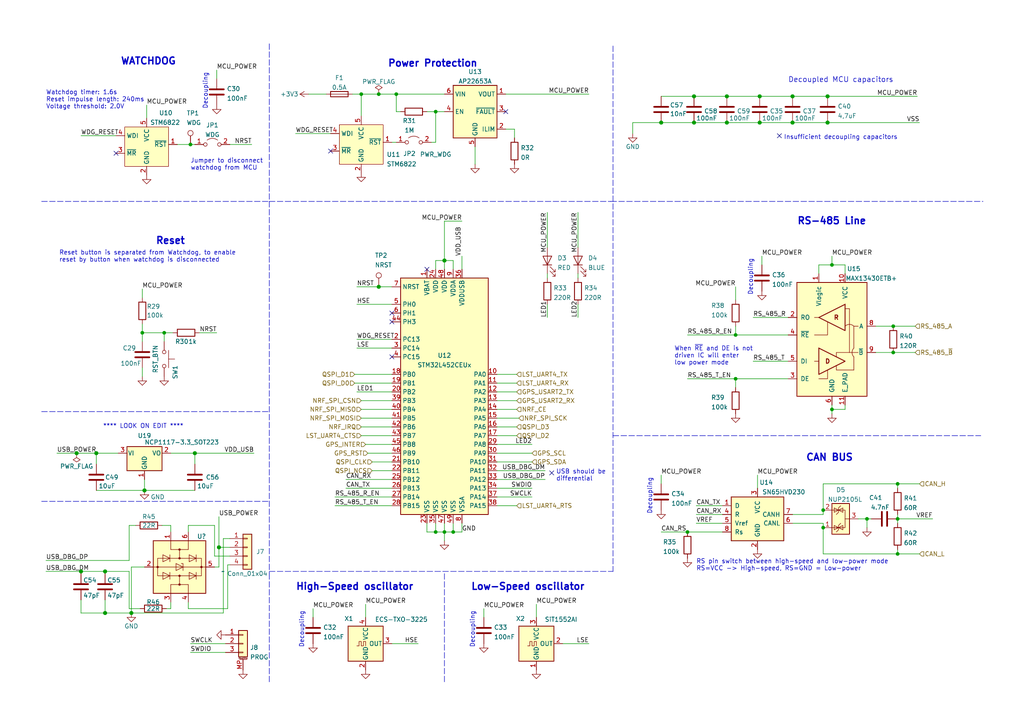
<source format=kicad_sch>
(kicad_sch (version 20210621) (generator eeschema)
  (paper "A4")
  (lib_symbols
    (symbol "Connector:TestPoint" (pin_numbers hide) (pin_names (offset 0.762) hide)
      (property "Reference" "TP" (at 0 6.858 0))
      (property "Value" "TestPoint" (at 0 5.08 0))
      (symbol "TestPoint_1_1"
        (pin passive line (at 0 0 90) (length 2.54) (name "1") (number "1"))
      )
    )
    (symbol "Connector_Generic:Conn_01x04" (pin_names (offset 1.016) hide)
      (property "Reference" "J" (at 0 5.08 0))
      (property "Value" "Conn_01x04" (at 0 -7.62 0))
      (symbol "Conn_01x04_1_1"
        (pin passive line (at -5.08 2.54 0) (length 3.81) (name "Pin_1") (number "1"))
        (pin passive line (at -5.08 0 0) (length 3.81) (name "Pin_2") (number "2"))
        (pin passive line (at -5.08 -2.54 0) (length 3.81) (name "Pin_3") (number "3"))
        (pin passive line (at -5.08 -5.08 0) (length 3.81) (name "Pin_4") (number "4"))
      )
    )
    (symbol "Connector_Generic_MountingPin:Conn_01x03_MountingPin" (pin_names (offset 1.016) hide)
      (property "Reference" "J" (at 0 5.08 0))
      (property "Value" "Conn_01x03_MountingPin" (at 1.27 -5.08 0))
      (symbol "Conn_01x03_MountingPin_1_1"
        (text "Mounting" (at 0 -4.191 0) (effects (font (size 0.381 0.381))))
        (pin passive line (at -5.08 2.54 0) (length 3.81) (name "Pin_1") (number "1"))
        (pin passive line (at -5.08 0 0) (length 3.81) (name "Pin_2") (number "2"))
        (pin passive line (at -5.08 -2.54 0) (length 3.81) (name "Pin_3") (number "3"))
        (pin passive line (at 0 -7.62 90) (length 3.048) (name "MountPin") (number "MP"))
      )
    )
    (symbol "Device:C" (pin_numbers hide) (pin_names (offset 0.254))
      (property "Reference" "C" (at 0.635 2.54 0))
      (property "Value" "C" (at 0.635 -2.54 0))
      (symbol "C_1_1"
        (pin passive line (at 0 3.81 270) (length 2.794) (name "~") (number "1"))
        (pin passive line (at 0 -3.81 90) (length 2.794) (name "~") (number "2"))
      )
    )
    (symbol "Device:Fuse" (pin_numbers hide) (pin_names (offset 0))
      (property "Reference" "F" (at 2.032 0 90))
      (property "Value" "Fuse" (at -1.905 0 90))
      (symbol "Fuse_1_1"
        (pin passive line (at 0 3.81 270) (length 1.27) (name "~") (number "1"))
        (pin passive line (at 0 -3.81 90) (length 1.27) (name "~") (number "2"))
      )
    )
    (symbol "Device:LED" (pin_numbers hide) (pin_names (offset 1.016) hide)
      (property "Reference" "D" (at 0 2.54 0))
      (property "Value" "LED" (at 0 -2.54 0))
      (symbol "LED_1_1"
        (pin passive line (at -3.81 0 0) (length 2.54) (name "K") (number "1"))
        (pin passive line (at 3.81 0 180) (length 2.54) (name "A") (number "2"))
      )
    )
    (symbol "Device:R" (pin_numbers hide) (pin_names (offset 0))
      (property "Reference" "R" (at 2.032 0 90))
      (property "Value" "R" (at 0 0 90))
      (symbol "R_1_1"
        (pin passive line (at 0 3.81 270) (length 1.27) (name "~") (number "1"))
        (pin passive line (at 0 -3.81 90) (length 1.27) (name "~") (number "2"))
      )
    )
    (symbol "Interface_CAN_LIN:SN65HVD230" (pin_names (offset 1.016))
      (property "Reference" "U" (at -2.54 10.16 0))
      (property "Value" "SN65HVD230" (at -2.54 7.62 0))
      (symbol "SN65HVD230_1_1"
        (pin input line (at -10.16 2.54 0) (length 2.54) (name "D") (number "1"))
        (pin power_in line (at 0 -10.16 90) (length 2.54) (name "GND") (number "2"))
        (pin power_in line (at 0 7.62 270) (length 2.54) (name "VCC") (number "3"))
        (pin output line (at -10.16 0 0) (length 2.54) (name "R") (number "4"))
        (pin output line (at -10.16 -2.54 0) (length 2.54) (name "Vref") (number "5"))
        (pin bidirectional line (at 10.16 -2.54 180) (length 2.54) (name "CANL") (number "6"))
        (pin bidirectional line (at 10.16 0 180) (length 2.54) (name "CANH") (number "7"))
        (pin input line (at -10.16 -5.08 0) (length 2.54) (name "Rs") (number "8"))
      )
    )
    (symbol "Jumper:Jumper_2_Open" (pin_names (offset 0) hide)
      (property "Reference" "JP" (at 0 2.794 0))
      (property "Value" "Jumper_2_Open" (at 0 -2.286 0))
      (symbol "Jumper_2_Open_1_1"
        (pin passive line (at -5.08 0 0) (length 2.54) (name "A") (number "1"))
        (pin passive line (at 5.08 0 180) (length 2.54) (name "B") (number "2"))
      )
    )
    (symbol "Jumper_2_Open_1" (pin_names (offset 0) hide)
      (property "Reference" "JP" (at 0 2.794 0))
      (property "Value" "Jumper_2_Open_1" (at 0 -2.286 0))
      (symbol "Jumper_2_Open_1_1_1"
        (pin passive line (at -5.08 0 0) (length 2.54) (name "A") (number "1"))
        (pin passive line (at 5.08 0 180) (length 2.54) (name "B") (number "2"))
      )
    )
    (symbol "MCU_ST_STM32L4:STM32L452CEUx"
      (property "Reference" "U" (at -12.7 34.29 0))
      (property "Value" "STM32L452CEUx" (at 7.62 34.29 0))
      (symbol "STM32L452CEUx_1_1"
        (pin power_in line (at -5.08 35.56 270) (length 2.54) (name "VBAT") (number "1"))
        (pin bidirectional line (at 15.24 5.08 180) (length 2.54) (name "PA0") (number "10"))
        (pin bidirectional line (at 15.24 2.54 180) (length 2.54) (name "PA1") (number "11"))
        (pin bidirectional line (at 15.24 0 180) (length 2.54) (name "PA2") (number "12"))
        (pin bidirectional line (at 15.24 -2.54 180) (length 2.54) (name "PA3") (number "13"))
        (pin bidirectional line (at 15.24 -5.08 180) (length 2.54) (name "PA4") (number "14"))
        (pin bidirectional line (at 15.24 -7.62 180) (length 2.54) (name "PA5") (number "15"))
        (pin bidirectional line (at 15.24 -10.16 180) (length 2.54) (name "PA6") (number "16"))
        (pin bidirectional line (at 15.24 -12.7 180) (length 2.54) (name "PA7") (number "17"))
        (pin bidirectional line (at -15.24 5.08 0) (length 2.54) (name "PB0") (number "18"))
        (pin bidirectional line (at -15.24 2.54 0) (length 2.54) (name "PB1") (number "19"))
        (pin bidirectional line (at -15.24 15.24 0) (length 2.54) (name "PC13") (number "2"))
        (pin bidirectional line (at -15.24 0 0) (length 2.54) (name "PB2") (number "20"))
        (pin bidirectional line (at -15.24 -20.32 0) (length 2.54) (name "PB10") (number "21"))
        (pin bidirectional line (at -15.24 -22.86 0) (length 2.54) (name "PB11") (number "22"))
        (pin power_in line (at -5.08 -38.1 90) (length 2.54) (name "VSS") (number "23"))
        (pin power_in line (at -2.54 35.56 270) (length 2.54) (name "VDD") (number "24"))
        (pin bidirectional line (at -15.24 -25.4 0) (length 2.54) (name "PB12") (number "25"))
        (pin bidirectional line (at -15.24 -27.94 0) (length 2.54) (name "PB13") (number "26"))
        (pin bidirectional line (at -15.24 -30.48 0) (length 2.54) (name "PB14") (number "27"))
        (pin bidirectional line (at -15.24 -33.02 0) (length 2.54) (name "PB15") (number "28"))
        (pin bidirectional line (at 15.24 -15.24 180) (length 2.54) (name "PA8") (number "29"))
        (pin bidirectional line (at -15.24 12.7 0) (length 2.54) (name "PC14") (number "3"))
        (pin bidirectional line (at 15.24 -17.78 180) (length 2.54) (name "PA9") (number "30"))
        (pin bidirectional line (at 15.24 -20.32 180) (length 2.54) (name "PA10") (number "31"))
        (pin bidirectional line (at 15.24 -22.86 180) (length 2.54) (name "PA11") (number "32"))
        (pin bidirectional line (at 15.24 -25.4 180) (length 2.54) (name "PA12") (number "33"))
        (pin bidirectional line (at 15.24 -27.94 180) (length 2.54) (name "PA13") (number "34"))
        (pin power_in line (at -2.54 -38.1 90) (length 2.54) (name "VSS") (number "35"))
        (pin power_in line (at 5.08 35.56 270) (length 2.54) (name "VDDUSB") (number "36"))
        (pin bidirectional line (at 15.24 -30.48 180) (length 2.54) (name "PA14") (number "37"))
        (pin bidirectional line (at 15.24 -33.02 180) (length 2.54) (name "PA15") (number "38"))
        (pin bidirectional line (at -15.24 -2.54 0) (length 2.54) (name "PB3") (number "39"))
        (pin bidirectional line (at -15.24 10.16 0) (length 2.54) (name "PC15") (number "4"))
        (pin bidirectional line (at -15.24 -5.08 0) (length 2.54) (name "PB4") (number "40"))
        (pin bidirectional line (at -15.24 -7.62 0) (length 2.54) (name "PB5") (number "41"))
        (pin bidirectional line (at -15.24 -10.16 0) (length 2.54) (name "PB6") (number "42"))
        (pin bidirectional line (at -15.24 -12.7 0) (length 2.54) (name "PB7") (number "43"))
        (pin bidirectional line (at -15.24 20.32 0) (length 2.54) (name "PH3") (number "44"))
        (pin bidirectional line (at -15.24 -15.24 0) (length 2.54) (name "PB8") (number "45"))
        (pin bidirectional line (at -15.24 -17.78 0) (length 2.54) (name "PB9") (number "46"))
        (pin power_in line (at 0 -38.1 90) (length 2.54) (name "VSS") (number "47"))
        (pin power_in line (at 0 35.56 270) (length 2.54) (name "VDD") (number "48"))
        (pin power_in line (at 2.54 -38.1 90) (length 2.54) (name "VSS") (number "49"))
        (pin input line (at -15.24 25.4 0) (length 2.54) (name "PH0") (number "5"))
        (pin input line (at -15.24 22.86 0) (length 2.54) (name "PH1") (number "6"))
        (pin input line (at -15.24 30.48 0) (length 2.54) (name "NRST") (number "7"))
        (pin power_in line (at 5.08 -38.1 90) (length 2.54) (name "VSSA") (number "8"))
        (pin power_in line (at 2.54 35.56 270) (length 2.54) (name "VDDA") (number "9"))
      )
    )
    (symbol "Power_Protection:NUP2105L" (pin_names hide)
      (property "Reference" "D" (at 5.715 2.54 0))
      (property "Value" "NUP2105L" (at 5.715 0.635 0))
      (symbol "NUP2105L_0_0"
        (pin passive line (at 0 -5.08 90) (length 2.54) (name "A") (number "3"))
      )
      (symbol "NUP2105L_1_1"
        (pin passive line (at -2.54 5.08 270) (length 2.54) (name "K") (number "1"))
        (pin passive line (at 2.54 5.08 270) (length 2.54) (name "K") (number "2"))
      )
    )
    (symbol "Power_Protection:USBLC6-2P6" (pin_names hide)
      (property "Reference" "U" (at 2.54 8.89 0))
      (property "Value" "USBLC6-2P6" (at 2.54 -8.89 0))
      (symbol "USBLC6-2P6_1_1"
        (pin passive line (at -10.16 -2.54 0) (length 2.54) (name "I/O1") (number "1"))
        (pin passive line (at 0 -10.16 90) (length 2.54) (name "GND") (number "2"))
        (pin passive line (at 10.16 -2.54 180) (length 2.54) (name "I/O2") (number "3"))
        (pin passive line (at 10.16 2.54 180) (length 2.54) (name "I/O2") (number "4"))
        (pin passive line (at 0 10.16 270) (length 2.54) (name "VBUS") (number "5"))
        (pin passive line (at -10.16 2.54 0) (length 2.54) (name "I/O1") (number "6"))
      )
    )
    (symbol "Regulator_Linear:NCP1117-3.3_SOT223" (pin_names (offset 0.254))
      (property "Reference" "U" (at -3.81 3.175 0))
      (property "Value" "NCP1117-3.3_SOT223" (at 0 3.175 0))
      (symbol "NCP1117-3.3_SOT223_1_1"
        (pin power_in line (at 0 -7.62 90) (length 2.54) (name "GND") (number "1"))
        (pin power_out line (at 7.62 0 180) (length 2.54) (name "VO") (number "2"))
        (pin power_in line (at -7.62 0 0) (length 2.54) (name "VI") (number "3"))
      )
    )
    (symbol "Switch:SW_Push" (pin_numbers hide) (pin_names (offset 1.016) hide)
      (property "Reference" "SW" (at 1.27 2.54 0))
      (property "Value" "SW_Push" (at 0 -1.524 0))
      (symbol "SW_Push_0_1"
        (pin passive line (at -5.08 0 0) (length 2.54) (name "1") (number "1"))
        (pin passive line (at 5.08 0 180) (length 2.54) (name "2") (number "2"))
      )
    )
    (symbol "TCY_IC:MAX13430ETB+" (pin_names (offset 1.016))
      (property "Reference" "U" (at -10.16 19.05 0))
      (property "Value" "MAX13430ETB+" (at 5.08 19.05 0))
      (symbol "MAX13430ETB+_0_0"
        (text "D" (at -1.27 -5.08 0) (effects (font (size 1.27 1.27) bold)))
        (text "R" (at 1.27 7.62 0) (effects (font (size 1.27 1.27) bold)))
      )
      (symbol "MAX13430ETB+_1_1"
        (pin power_in line (at -3.81 20.32 270) (length 2.54) (name "Vlogic") (number "1"))
        (pin power_in line (at 3.81 20.32 270) (length 2.54) (name "VCC") (number "10"))
        (pin power_in line (at 3.81 -17.78 90) (length 2.54) (name "E_PAD") (number "11"))
        (pin output line (at -12.7 7.62 0) (length 2.54) (name "RO") (number "2"))
        (pin input line (at -12.7 -10.16 0) (length 2.54) (name "DE") (number "3"))
        (pin input line (at -12.7 2.54 0) (length 2.54) (name "~{RE}") (number "4"))
        (pin input line (at -12.7 -5.08 0) (length 2.54) (name "DI") (number "5"))
        (pin power_in line (at 0 -17.78 90) (length 2.54) (name "GND") (number "6"))
        (pin no_connect line (at 10.16 1.27 180) (length 2.54) hide (name "NC") (number "7"))
        (pin input line (at 12.7 5.08 180) (length 2.54) (name "A") (number "8"))
        (pin input line (at 12.7 -2.54 180) (length 2.54) (name "~{B}") (number "9"))
      )
    )
    (symbol "TCY_IC:STM6822"
      (property "Reference" "U" (at 6.35 13.97 0))
      (property "Value" "STM6822" (at 6.35 16.51 0))
      (symbol "STM6822_1_1"
        (pin open_collector line (at 8.89 6.35 180) (length 2.54) (name "~{RST}") (number "1"))
        (pin passive line (at 0 -2.54 90) (length 2.54) (name "GND") (number "2"))
        (pin input line (at -8.89 3.81 0) (length 2.54) (name "~{MR}") (number "3"))
        (pin input line (at -8.89 8.89 0) (length 2.54) (name "WDI") (number "4"))
        (pin power_in line (at 0 13.97 270) (length 2.54) (name "VCC") (number "5"))
      )
    )
    (symbol "TCY_ocillators:ECS-TXO-3225" (pin_names (offset 0.254))
      (property "Reference" "X" (at -6.35 6.35 0))
      (property "Value" "ECS-TXO-3225" (at 1.27 6.35 0))
      (symbol "ECS-TXO-3225_1_1"
        (pin no_connect line (at -7.62 0 0) (length 2.54) hide (name "NC") (number "1"))
        (pin power_in line (at 0 -7.62 90) (length 2.54) (name "GND") (number "2"))
        (pin output line (at 7.62 0 180) (length 2.54) (name "OUT") (number "3"))
        (pin power_in line (at 0 7.62 270) (length 2.54) (name "VCC") (number "4"))
      )
    )
    (symbol "TCY_ocillators:SiT1552AI" (pin_names (offset 0.254))
      (property "Reference" "X" (at -6.35 6.35 0))
      (property "Value" "SiT1552AI" (at 1.27 6.35 0))
      (symbol "SiT1552AI_1_1"
        (pin power_in line (at 0 -7.62 90) (length 2.54) (name "GND") (number "1"))
        (pin output line (at 7.62 0 180) (length 2.54) (name "OUT") (number "2"))
        (pin power_in line (at 0 7.62 270) (length 2.54) (name "VCC") (number "3"))
        (pin power_in line (at 0 -7.62 90) (length 2.54) hide (name "GND") (number "4"))
      )
    )
    (symbol "TCY_power_management:AP22653"
      (property "Reference" "U" (at 8.89 7.62 0))
      (property "Value" "AP22653" (at 0 7.62 0))
      (symbol "AP22653_1_1"
        (pin power_out line (at 8.89 2.54 180) (length 2.54) (name "VOUT") (number "1"))
        (pin passive line (at 8.89 -7.62 180) (length 2.54) (name "ILIM") (number "2"))
        (pin output line (at 8.89 -2.54 180) (length 2.54) (name "~{FAULT}") (number "3"))
        (pin input line (at -8.89 -2.54 0) (length 2.54) (name "EN") (number "4"))
        (pin passive line (at 0 -12.7 90) (length 2.54) (name "GND") (number "5"))
        (pin power_in line (at -8.89 2.54 0) (length 2.54) (name "VIN") (number "6"))
        (pin passive line (at 0 -12.7 90) (length 2.54) hide (name "E_PAD") (number "7"))
      )
    )
    (symbol "power:+3V3" (power) (pin_names (offset 0))
      (property "Value" "+3V3" (at 0 3.556 0))
      (symbol "+3V3_1_1"
        (pin power_in line (at 0 0 90) (length 0) hide (name "+3V3") (number "1"))
      )
    )
    (symbol "power:GND" (power) (pin_names (offset 0))
      (property "Value" "GND" (at 0 -3.81 0))
      (symbol "GND_1_1"
        (pin power_in line (at 0 0 270) (length 0) hide (name "GND") (number "1"))
      )
    )
    (symbol "power:PWR_FLAG" (power) (pin_numbers hide) (pin_names (offset 0) hide)
      (property "Value" "PWR_FLAG" (at 0 3.81 0))
      (symbol "PWR_FLAG_0_0"
        (pin power_out line (at 0 0 90) (length 0) (name "pwr") (number "1"))
      )
    )
  )
  (junction (at 22.225 131.445) (diameter 1.016))
  (junction (at 23.495 165.735) (diameter 1.016))
  (junction (at 27.94 131.445) (diameter 1.016))
  (junction (at 30.48 165.735) (diameter 1.016))
  (junction (at 30.48 177.8) (diameter 1.016))
  (junction (at 38.1 177.8) (diameter 1.016))
  (junction (at 41.275 96.52) (diameter 0.9144))
  (junction (at 41.91 142.24) (diameter 1.016))
  (junction (at 47.625 96.52) (diameter 0.9144))
  (junction (at 55.245 41.91) (diameter 0.9144))
  (junction (at 56.515 131.445) (diameter 1.016))
  (junction (at 63.5 158.75) (diameter 1.016))
  (junction (at 104.775 27.305) (diameter 0.9144))
  (junction (at 109.855 27.305) (diameter 0.9144))
  (junction (at 109.855 83.185) (diameter 1.016))
  (junction (at 114.935 27.305) (diameter 0.9144))
  (junction (at 126.365 32.385) (diameter 0.9144))
  (junction (at 126.365 154.305) (diameter 0.9144))
  (junction (at 128.905 75.565) (diameter 1.016))
  (junction (at 128.905 154.305) (diameter 0.9144))
  (junction (at 131.445 154.305) (diameter 0.9144))
  (junction (at 191.77 35.56) (diameter 1.016))
  (junction (at 199.39 154.305) (diameter 0.9144))
  (junction (at 201.295 27.94) (diameter 1.016))
  (junction (at 201.295 35.56) (diameter 1.016))
  (junction (at 210.82 27.94) (diameter 1.016))
  (junction (at 210.82 35.56) (diameter 1.016))
  (junction (at 213.36 97.155) (diameter 0.9144))
  (junction (at 213.36 109.855) (diameter 0.9144))
  (junction (at 220.345 27.94) (diameter 1.016))
  (junction (at 220.345 35.56) (diameter 1.016))
  (junction (at 229.87 27.94) (diameter 1.016))
  (junction (at 229.87 35.56) (diameter 1.016))
  (junction (at 238.76 147.955) (diameter 0.9144))
  (junction (at 238.76 153.035) (diameter 0.9144))
  (junction (at 240.03 27.94) (diameter 1.016))
  (junction (at 240.03 35.56) (diameter 1.016))
  (junction (at 241.3 76.835) (diameter 0.9144))
  (junction (at 241.3 118.745) (diameter 0.9144))
  (junction (at 251.46 150.495) (diameter 0.9144))
  (junction (at 259.08 94.615) (diameter 0.9144))
  (junction (at 259.08 102.235) (diameter 0.9144))
  (junction (at 260.35 140.335) (diameter 0.9144))
  (junction (at 260.35 150.495) (diameter 0.9144))
  (junction (at 260.35 160.655) (diameter 0.9144))
  (no_connect (at 33.655 44.45))
  (no_connect (at 95.885 43.815))
  (no_connect (at 113.665 90.805))
  (no_connect (at 113.665 93.345))
  (no_connect (at 113.665 103.505))
  (no_connect (at 123.825 78.105))
  (no_connect (at 146.685 32.385))
  (no_connect (at 160.02 137.16))
  (no_connect (at 226.06 39.37))
  (wire (pts (xy 13.335 162.56) (xy 37.465 162.56)))
  (wire (pts (xy 13.335 165.735) (xy 23.495 165.735)))
  (wire (pts (xy 16.51 131.445) (xy 22.225 131.445)))
  (wire (pts (xy 22.225 131.445) (xy 27.94 131.445)))
  (wire (pts (xy 23.495 39.37) (xy 33.655 39.37)))
  (wire (pts (xy 23.495 165.735) (xy 23.495 166.37)))
  (wire (pts (xy 23.495 165.735) (xy 30.48 165.735)))
  (wire (pts (xy 23.495 173.99) (xy 23.495 177.8)))
  (wire (pts (xy 23.495 177.8) (xy 30.48 177.8)))
  (wire (pts (xy 27.94 131.445) (xy 27.94 134.62)))
  (wire (pts (xy 27.94 131.445) (xy 34.29 131.445)))
  (wire (pts (xy 27.94 142.24) (xy 41.91 142.24)))
  (wire (pts (xy 30.48 165.735) (xy 30.48 166.37)))
  (wire (pts (xy 30.48 165.735) (xy 37.465 165.735)))
  (wire (pts (xy 30.48 173.99) (xy 30.48 177.8)))
  (wire (pts (xy 30.48 177.8) (xy 38.1 177.8)))
  (wire (pts (xy 37.465 152.4) (xy 37.465 162.56)))
  (wire (pts (xy 37.465 165.735) (xy 37.465 176.53)))
  (wire (pts (xy 38.1 164.465) (xy 41.91 164.465)))
  (wire (pts (xy 38.1 177.8) (xy 38.1 164.465)))
  (wire (pts (xy 38.1 177.8) (xy 64.77 177.8)))
  (wire (pts (xy 39.37 152.4) (xy 37.465 152.4)))
  (wire (pts (xy 40.64 176.53) (xy 37.465 176.53)))
  (wire (pts (xy 41.275 83.82) (xy 41.275 86.36)))
  (wire (pts (xy 41.275 93.98) (xy 41.275 96.52)))
  (wire (pts (xy 41.275 96.52) (xy 41.275 99.06)))
  (wire (pts (xy 41.275 96.52) (xy 47.625 96.52)))
  (wire (pts (xy 41.275 106.68) (xy 41.275 109.22)))
  (wire (pts (xy 41.91 139.065) (xy 41.91 142.24)))
  (wire (pts (xy 41.91 142.24) (xy 56.515 142.24)))
  (wire (pts (xy 42.545 30.48) (xy 42.545 34.29)))
  (wire (pts (xy 46.99 152.4) (xy 49.53 152.4)))
  (wire (pts (xy 47.625 96.52) (xy 47.625 99.06)))
  (wire (pts (xy 47.625 96.52) (xy 50.165 96.52)))
  (wire (pts (xy 48.26 176.53) (xy 49.53 176.53)))
  (wire (pts (xy 49.53 131.445) (xy 56.515 131.445)))
  (wire (pts (xy 49.53 154.305) (xy 49.53 152.4)))
  (wire (pts (xy 49.53 174.625) (xy 49.53 176.53)))
  (wire (pts (xy 51.435 41.91) (xy 55.245 41.91)))
  (wire (pts (xy 54.61 152.4) (xy 54.61 154.305)))
  (wire (pts (xy 54.61 174.625) (xy 54.61 176.53)))
  (wire (pts (xy 54.61 176.53) (xy 66.04 176.53)))
  (wire (pts (xy 55.245 41.91) (xy 56.515 41.91)))
  (wire (pts (xy 56.515 131.445) (xy 56.515 134.62)))
  (wire (pts (xy 56.515 131.445) (xy 73.66 131.445)))
  (wire (pts (xy 57.785 96.52) (xy 62.865 96.52)))
  (wire (pts (xy 62.23 152.4) (xy 54.61 152.4)))
  (wire (pts (xy 62.23 161.29) (xy 62.23 152.4)))
  (wire (pts (xy 62.23 164.465) (xy 63.5 164.465)))
  (wire (pts (xy 62.865 20.32) (xy 62.865 22.86)))
  (wire (pts (xy 63.5 149.86) (xy 63.5 158.75)))
  (wire (pts (xy 63.5 158.75) (xy 63.5 164.465)))
  (wire (pts (xy 63.5 158.75) (xy 66.675 158.75)))
  (wire (pts (xy 64.77 156.21) (xy 64.77 177.8)))
  (wire (pts (xy 65.405 186.69) (xy 55.245 186.69)))
  (wire (pts (xy 65.405 189.23) (xy 55.245 189.23)))
  (wire (pts (xy 66.04 163.83) (xy 66.04 176.53)))
  (wire (pts (xy 66.675 41.91) (xy 73.025 41.91)))
  (wire (pts (xy 66.675 156.21) (xy 64.77 156.21)))
  (wire (pts (xy 66.675 161.29) (xy 62.23 161.29)))
  (wire (pts (xy 66.675 163.83) (xy 66.04 163.83)))
  (wire (pts (xy 85.725 38.735) (xy 95.885 38.735)))
  (wire (pts (xy 89.535 27.305) (xy 94.615 27.305)))
  (wire (pts (xy 90.805 176.53) (xy 90.805 179.07)))
  (wire (pts (xy 97.155 144.145) (xy 113.665 144.145)))
  (wire (pts (xy 97.155 146.685) (xy 113.665 146.685)))
  (wire (pts (xy 100.33 139.065) (xy 113.665 139.065)))
  (wire (pts (xy 100.33 141.605) (xy 113.665 141.605)))
  (wire (pts (xy 102.235 27.305) (xy 104.775 27.305)))
  (wire (pts (xy 102.87 108.585) (xy 113.665 108.585)))
  (wire (pts (xy 102.87 111.125) (xy 113.665 111.125)))
  (wire (pts (xy 103.505 83.185) (xy 109.855 83.185)))
  (wire (pts (xy 103.505 88.265) (xy 113.665 88.265)))
  (wire (pts (xy 103.505 98.425) (xy 113.665 98.425)))
  (wire (pts (xy 103.505 100.965) (xy 113.665 100.965)))
  (wire (pts (xy 104.775 27.305) (xy 109.855 27.305)))
  (wire (pts (xy 104.775 33.655) (xy 104.775 27.305)))
  (wire (pts (xy 104.775 116.205) (xy 113.665 116.205)))
  (wire (pts (xy 104.775 118.745) (xy 113.665 118.745)))
  (wire (pts (xy 104.775 121.285) (xy 113.665 121.285)))
  (wire (pts (xy 104.775 123.825) (xy 113.665 123.825)))
  (wire (pts (xy 104.775 126.365) (xy 113.665 126.365)))
  (wire (pts (xy 106.045 128.905) (xy 113.665 128.905)))
  (wire (pts (xy 106.045 175.26) (xy 106.045 179.07)))
  (wire (pts (xy 106.68 131.445) (xy 113.665 131.445)))
  (wire (pts (xy 109.855 27.305) (xy 114.935 27.305)))
  (wire (pts (xy 109.855 83.185) (xy 113.665 83.185)))
  (wire (pts (xy 113.665 41.275) (xy 114.935 41.275)))
  (wire (pts (xy 113.665 113.665) (xy 103.505 113.665)))
  (wire (pts (xy 113.665 133.985) (xy 107.95 133.985)))
  (wire (pts (xy 113.665 136.525) (xy 107.95 136.525)))
  (wire (pts (xy 113.665 186.69) (xy 121.285 186.69)))
  (wire (pts (xy 114.935 27.305) (xy 114.935 32.385)))
  (wire (pts (xy 114.935 27.305) (xy 128.905 27.305)))
  (wire (pts (xy 116.205 32.385) (xy 114.935 32.385)))
  (wire (pts (xy 123.825 32.385) (xy 126.365 32.385)))
  (wire (pts (xy 123.825 154.305) (xy 123.825 151.765)))
  (wire (pts (xy 125.095 41.275) (xy 126.365 41.275)))
  (wire (pts (xy 126.365 32.385) (xy 126.365 41.275)))
  (wire (pts (xy 126.365 32.385) (xy 128.905 32.385)))
  (wire (pts (xy 126.365 75.565) (xy 128.905 75.565)))
  (wire (pts (xy 126.365 78.105) (xy 126.365 75.565)))
  (wire (pts (xy 126.365 151.765) (xy 126.365 154.305)))
  (wire (pts (xy 126.365 154.305) (xy 123.825 154.305)))
  (wire (pts (xy 128.905 64.135) (xy 128.905 75.565)))
  (wire (pts (xy 128.905 64.135) (xy 133.985 64.135)))
  (wire (pts (xy 128.905 75.565) (xy 128.905 78.105)))
  (wire (pts (xy 128.905 75.565) (xy 131.445 75.565)))
  (wire (pts (xy 128.905 151.765) (xy 128.905 154.305)))
  (wire (pts (xy 128.905 154.305) (xy 126.365 154.305)))
  (wire (pts (xy 128.905 154.305) (xy 131.445 154.305)))
  (wire (pts (xy 128.905 156.845) (xy 128.905 154.305)))
  (wire (pts (xy 131.445 78.105) (xy 131.445 75.565)))
  (wire (pts (xy 131.445 151.765) (xy 131.445 154.305)))
  (wire (pts (xy 131.445 154.305) (xy 133.985 154.305)))
  (wire (pts (xy 133.985 74.295) (xy 133.985 78.105)))
  (wire (pts (xy 133.985 154.305) (xy 133.985 151.765)))
  (wire (pts (xy 137.795 42.545) (xy 137.795 47.625)))
  (wire (pts (xy 140.335 176.53) (xy 140.335 179.07)))
  (wire (pts (xy 144.145 108.585) (xy 149.86 108.585)))
  (wire (pts (xy 144.145 111.125) (xy 149.86 111.125)))
  (wire (pts (xy 144.145 113.665) (xy 149.86 113.665)))
  (wire (pts (xy 144.145 116.205) (xy 149.86 116.205)))
  (wire (pts (xy 144.145 118.745) (xy 149.86 118.745)))
  (wire (pts (xy 144.145 121.285) (xy 150.495 121.285)))
  (wire (pts (xy 144.145 123.825) (xy 149.86 123.825)))
  (wire (pts (xy 144.145 126.365) (xy 149.86 126.365)))
  (wire (pts (xy 144.145 128.905) (xy 154.305 128.905)))
  (wire (pts (xy 144.145 131.445) (xy 154.305 131.445)))
  (wire (pts (xy 144.145 133.985) (xy 154.305 133.985)))
  (wire (pts (xy 144.145 136.525) (xy 158.115 136.525)))
  (wire (pts (xy 144.145 139.065) (xy 158.115 139.065)))
  (wire (pts (xy 144.145 141.605) (xy 154.305 141.605)))
  (wire (pts (xy 144.145 144.145) (xy 154.305 144.145)))
  (wire (pts (xy 144.145 146.685) (xy 149.86 146.685)))
  (wire (pts (xy 146.685 27.305) (xy 170.815 27.305)))
  (wire (pts (xy 146.685 37.465) (xy 149.225 37.465)))
  (wire (pts (xy 149.225 37.465) (xy 149.225 40.005)))
  (wire (pts (xy 155.575 175.26) (xy 155.575 179.07)))
  (wire (pts (xy 158.75 61.595) (xy 158.75 71.755)))
  (wire (pts (xy 158.75 79.375) (xy 158.75 80.645)))
  (wire (pts (xy 158.75 88.265) (xy 158.75 92.075)))
  (wire (pts (xy 163.195 186.69) (xy 170.815 186.69)))
  (wire (pts (xy 167.64 61.595) (xy 167.64 71.755)))
  (wire (pts (xy 167.64 79.375) (xy 167.64 80.645)))
  (wire (pts (xy 167.64 88.265) (xy 167.64 92.075)))
  (wire (pts (xy 183.515 35.56) (xy 191.77 35.56)))
  (wire (pts (xy 183.515 38.735) (xy 183.515 35.56)))
  (wire (pts (xy 191.77 27.94) (xy 201.295 27.94)))
  (wire (pts (xy 191.77 35.56) (xy 201.295 35.56)))
  (wire (pts (xy 191.77 137.795) (xy 191.77 140.335)))
  (wire (pts (xy 191.77 154.305) (xy 199.39 154.305)))
  (wire (pts (xy 199.39 97.155) (xy 213.36 97.155)))
  (wire (pts (xy 199.39 109.855) (xy 213.36 109.855)))
  (wire (pts (xy 199.39 154.305) (xy 209.55 154.305)))
  (wire (pts (xy 201.295 27.94) (xy 210.82 27.94)))
  (wire (pts (xy 201.295 35.56) (xy 210.82 35.56)))
  (wire (pts (xy 201.93 146.685) (xy 209.55 146.685)))
  (wire (pts (xy 201.93 149.225) (xy 209.55 149.225)))
  (wire (pts (xy 201.93 151.765) (xy 209.55 151.765)))
  (wire (pts (xy 210.82 27.94) (xy 220.345 27.94)))
  (wire (pts (xy 210.82 35.56) (xy 220.345 35.56)))
  (wire (pts (xy 213.36 83.185) (xy 213.36 86.995)))
  (wire (pts (xy 213.36 94.615) (xy 213.36 97.155)))
  (wire (pts (xy 213.36 97.155) (xy 228.6 97.155)))
  (wire (pts (xy 213.36 109.855) (xy 213.36 112.395)))
  (wire (pts (xy 213.36 109.855) (xy 228.6 109.855)))
  (wire (pts (xy 218.44 92.075) (xy 228.6 92.075)))
  (wire (pts (xy 218.44 104.775) (xy 228.6 104.775)))
  (wire (pts (xy 219.71 137.795) (xy 219.71 141.605)))
  (wire (pts (xy 220.345 27.94) (xy 229.87 27.94)))
  (wire (pts (xy 220.345 35.56) (xy 229.87 35.56)))
  (wire (pts (xy 220.98 74.295) (xy 220.98 76.835)))
  (wire (pts (xy 229.87 27.94) (xy 240.03 27.94)))
  (wire (pts (xy 229.87 35.56) (xy 240.03 35.56)))
  (wire (pts (xy 229.87 149.225) (xy 238.76 149.225)))
  (wire (pts (xy 229.87 151.765) (xy 238.76 151.765)))
  (wire (pts (xy 237.49 76.835) (xy 241.3 76.835)))
  (wire (pts (xy 237.49 79.375) (xy 237.49 76.835)))
  (wire (pts (xy 238.76 140.335) (xy 238.76 147.955)))
  (wire (pts (xy 238.76 149.225) (xy 238.76 147.955)))
  (wire (pts (xy 238.76 151.765) (xy 238.76 153.035)))
  (wire (pts (xy 238.76 153.035) (xy 238.76 160.655)))
  (wire (pts (xy 240.03 27.94) (xy 266.065 27.94)))
  (wire (pts (xy 240.03 35.56) (xy 266.7 35.56)))
  (wire (pts (xy 241.3 76.835) (xy 241.3 74.295)))
  (wire (pts (xy 241.3 117.475) (xy 241.3 118.745)))
  (wire (pts (xy 241.3 118.745) (xy 241.3 120.015)))
  (wire (pts (xy 245.11 76.835) (xy 241.3 76.835)))
  (wire (pts (xy 245.11 79.375) (xy 245.11 76.835)))
  (wire (pts (xy 245.11 117.475) (xy 245.11 118.745)))
  (wire (pts (xy 245.11 118.745) (xy 241.3 118.745)))
  (wire (pts (xy 248.92 150.495) (xy 251.46 150.495)))
  (wire (pts (xy 251.46 150.495) (xy 251.46 153.035)))
  (wire (pts (xy 251.46 150.495) (xy 252.73 150.495)))
  (wire (pts (xy 254 94.615) (xy 259.08 94.615)))
  (wire (pts (xy 254 102.235) (xy 259.08 102.235)))
  (wire (pts (xy 259.08 94.615) (xy 265.43 94.615)))
  (wire (pts (xy 259.08 102.235) (xy 265.43 102.235)))
  (wire (pts (xy 260.35 140.335) (xy 238.76 140.335)))
  (wire (pts (xy 260.35 140.335) (xy 260.35 141.605)))
  (wire (pts (xy 260.35 149.225) (xy 260.35 150.495)))
  (wire (pts (xy 260.35 150.495) (xy 270.51 150.495)))
  (wire (pts (xy 260.35 151.765) (xy 260.35 150.495)))
  (wire (pts (xy 260.35 159.385) (xy 260.35 160.655)))
  (wire (pts (xy 260.35 160.655) (xy 238.76 160.655)))
  (wire (pts (xy 266.7 140.335) (xy 260.35 140.335)))
  (wire (pts (xy 266.7 160.655) (xy 260.35 160.655)))
  (polyline (pts (xy 12.065 58.42) (xy 78.105 58.42)) (stroke (width 0) (type dash)))
  (polyline (pts (xy 12.065 119.38) (xy 78.105 119.38)) (stroke (width 0) (type dash)))
  (polyline (pts (xy 12.065 145.415) (xy 78.105 145.415)) (stroke (width 0) (type dash)))
  (polyline (pts (xy 78.105 12.7) (xy 78.105 166.37)) (stroke (width 0) (type dash)))
  (polyline (pts (xy 78.105 58.42) (xy 177.165 58.42)) (stroke (width 0) (type dash)))
  (polyline (pts (xy 78.105 165.735) (xy 177.8 165.735)) (stroke (width 0) (type dash)))
  (polyline (pts (xy 78.105 166.37) (xy 78.105 198.12)) (stroke (width 0) (type dash)))
  (polyline (pts (xy 128.905 166.37) (xy 128.905 198.12)) (stroke (width 0) (type dash)))
  (polyline (pts (xy 177.165 58.42) (xy 191.135 58.42)) (stroke (width 0) (type dash)))
  (polyline (pts (xy 177.8 13.335) (xy 177.8 165.735)) (stroke (width 0) (type dash)))
  (polyline (pts (xy 177.8 126.365) (xy 284.48 126.365)) (stroke (width 0) (type dash)))
  (polyline (pts (xy 191.135 58.42) (xy 285.115 58.42)) (stroke (width 0) (type dash)))
  (text "Watchdog timer: 1.6s\nReset impulse length: 240ms\nVoltage threshold: 2.0V" (at 13.335 31.75 0) (effects (font (size 1.27 1.27)) (justify left bottom)))
  (text "Reset button is separated from Watchdog, to enable\nreset by button when watchdog is disconnected" (at 17.145 76.2 0) (effects (font (size 1.27 1.27)) (justify left bottom)))
  (text "**** LOOK ON EDIT ****\n" (at 29.845 124.46 0) (effects (font (size 1.27 1.27)) (justify left bottom)))
  (text "WATCHDOG" (at 34.925 19.05 0) (effects (font (size 2 2) (thickness 0.4) bold) (justify left bottom)))
  (text "Reset" (at 45.085 71.12 0) (effects (font (size 2 2) (thickness 0.4) bold) (justify left bottom)))
  (text "Jumper to disconnect\nwatchdog from MCU" (at 55.245 49.53 0) (effects (font (size 1.27 1.27)) (justify left bottom)))
  (text "Decoupling" (at 60.325 31.75 90) (effects (font (size 1.27 1.27)) (justify left bottom)))
  (text "High-Speed oscillator" (at 85.725 171.45 0) (effects (font (size 2 2) (thickness 0.4) bold) (justify left bottom)))
  (text "Decoupling" (at 88.265 187.96 90) (effects (font (size 1.27 1.27)) (justify left bottom)))
  (text "Power Protection" (at 112.395 19.685 0) (effects (font (size 2 2) (thickness 0.4) bold) (justify left bottom)))
  (text "Low-Speed oscillator" (at 136.525 171.45 0) (effects (font (size 2 2) (thickness 0.4) bold) (justify left bottom)))
  (text "Decoupling" (at 137.795 187.96 90) (effects (font (size 1.27 1.27)) (justify left bottom)))
  (text "USB should be\ndifferential" (at 161.29 139.7 0) (effects (font (size 1.27 1.27)) (justify left bottom)))
  (text "Decoupling" (at 189.23 149.225 90) (effects (font (size 1.27 1.27)) (justify left bottom)))
  (text "When ~{RE} and DE is not\ndriven IC will enter\nlow power mode" (at 195.58 106.045 0) (effects (font (size 1.27 1.27)) (justify left bottom)))
  (text "RS pin switch between high-speed and low-power mode\nRS=VCC -> High-speed, RS=GND = Low-power" (at 201.93 165.735 0) (effects (font (size 1.27 1.27)) (justify left bottom)))
  (text "Decoupling" (at 218.44 85.725 90) (effects (font (size 1.27 1.27)) (justify left bottom)))
  (text "Insufficient decoupling capacitors" (at 227.33 40.64 0) (effects (font (size 1.27 1.27)) (justify left bottom)))
  (text "Decoupled MCU capacitors" (at 228.6 24.13 0) (effects (font (size 1.5 1.5)) (justify left bottom)))
  (text "RS-485 Line" (at 231.14 65.405 0) (effects (font (size 2 2) (thickness 0.4) bold) (justify left bottom)))
  (text "CAN BUS" (at 233.68 133.985 0) (effects (font (size 2 2) (thickness 0.4) bold) (justify left bottom)))
  (text "\n\n" (at 243.84 40.005 0) (effects (font (size 1.27 1.27)) (justify left bottom)))
  (label "USB_DBG_DP" (at 13.335 162.56 0))
  (label "USB_DBG_DM" (at 13.335 165.735 0))
  (label "USB_POWER" (at 16.51 131.445 0))
  (label "WDG_RESET" (at 23.495 39.37 0))
  (label "MCU_POWER" (at 41.275 83.82 0))
  (label "MCU_POWER" (at 42.545 30.48 0))
  (label "SWCLK" (at 55.245 186.69 0))
  (label "SWDIO" (at 55.245 189.23 0))
  (label "MCU_POWER" (at 62.865 20.32 0))
  (label "NRST" (at 62.865 96.52 180))
  (label "USB_POWER" (at 63.5 149.86 0))
  (label "NRST" (at 73.025 41.91 180))
  (label "VDD_USB" (at 73.66 131.445 180))
  (label "WDG_RESET" (at 85.725 38.735 0))
  (label "MCU_POWER" (at 90.805 176.53 0))
  (label "RS_485_R_EN" (at 97.155 144.145 0))
  (label "RS_485_T_EN" (at 97.155 146.685 0))
  (label "CAN_RX" (at 100.33 139.065 0))
  (label "CAN_TX" (at 100.33 141.605 0))
  (label "NRST" (at 103.505 83.185 0))
  (label "HSE" (at 103.505 88.265 0))
  (label "WDG_RESET" (at 103.505 98.425 0))
  (label "LSE" (at 103.505 100.965 0))
  (label "LED1" (at 103.505 113.665 0))
  (label "MCU_POWER" (at 106.045 175.26 0))
  (label "HSE" (at 121.285 186.69 180))
  (label "MCU_POWER" (at 133.985 64.135 180))
  (label "VDD_USB" (at 133.985 74.295 90))
  (label "GND" (at 133.985 154.305 0))
  (label "MCU_POWER" (at 140.335 176.53 0))
  (label "LED2" (at 154.305 128.905 180))
  (label "SWDIO" (at 154.305 141.605 180))
  (label "SWCLK" (at 154.305 144.145 180))
  (label "MCU_POWER" (at 155.575 175.26 0))
  (label "USB_DBG_DM" (at 158.115 136.525 180))
  (label "USB_DBG_DP" (at 158.115 139.065 180))
  (label "MCU_POWER" (at 158.75 61.595 270))
  (label "LED1" (at 158.75 92.075 90))
  (label "MCU_POWER" (at 167.64 61.595 270))
  (label "LED2" (at 167.64 92.075 90))
  (label "MCU_POWER" (at 170.815 27.305 180))
  (label "LSE" (at 170.815 186.69 180))
  (label "MCU_POWER" (at 191.77 137.795 0))
  (label "CAN_RS" (at 191.77 154.305 0))
  (label "RS_485_R_EN" (at 199.39 97.155 0))
  (label "RS_485_T_EN" (at 199.39 109.855 0))
  (label "CAN_TX" (at 201.93 146.685 0))
  (label "CAN_RX" (at 201.93 149.225 0))
  (label "VREF" (at 201.93 151.765 0))
  (label "MCU_POWER" (at 213.36 83.185 180))
  (label "RS_485_R" (at 218.44 92.075 0))
  (label "RS_485_T" (at 218.44 104.775 0))
  (label "MCU_POWER" (at 219.71 137.795 0))
  (label "MCU_POWER" (at 220.98 74.295 0))
  (label "MCU_POWER" (at 241.3 74.295 0))
  (label "MCU_POWER" (at 266.065 27.94 180))
  (label "VSS" (at 266.7 35.56 180))
  (label "VREF" (at 270.51 150.495 180))
  (hierarchical_label "QSPI_D1" (shape input) (at 102.87 108.585 180))
  (hierarchical_label "QSPI_D0" (shape input) (at 102.87 111.125 180))
  (hierarchical_label "NRF_SPI_CSN" (shape input) (at 104.775 116.205 180))
  (hierarchical_label "NRF_SPI_MISO" (shape input) (at 104.775 118.745 180))
  (hierarchical_label "NRF_SPI_MOSI" (shape input) (at 104.775 121.285 180))
  (hierarchical_label "NRF_IRQ" (shape input) (at 104.775 123.825 180))
  (hierarchical_label "LST_UART4_CTS" (shape input) (at 104.775 126.365 180))
  (hierarchical_label "GPS_INTER" (shape input) (at 106.045 128.905 180))
  (hierarchical_label "GPS_RST" (shape input) (at 106.68 131.445 180))
  (hierarchical_label "QSPI_CLK" (shape input) (at 107.95 133.985 180))
  (hierarchical_label "QSPI_NCS" (shape input) (at 107.95 136.525 180))
  (hierarchical_label "LST_UART4_TX" (shape input) (at 149.86 108.585 0))
  (hierarchical_label "LST_UART4_RX" (shape input) (at 149.86 111.125 0))
  (hierarchical_label "GPS_USART2_TX" (shape input) (at 149.86 113.665 0))
  (hierarchical_label "GPS_USART2_RX" (shape input) (at 149.86 116.205 0))
  (hierarchical_label "NRF_CE" (shape input) (at 149.86 118.745 0))
  (hierarchical_label "QSPI_D3" (shape input) (at 149.86 123.825 0))
  (hierarchical_label "QSPI_D2" (shape input) (at 149.86 126.365 0))
  (hierarchical_label "LST_UART4_RTS" (shape input) (at 149.86 146.685 0))
  (hierarchical_label "NRF_SPI_SCK" (shape input) (at 150.495 121.285 0))
  (hierarchical_label "GPS_SCL" (shape input) (at 154.305 131.445 0))
  (hierarchical_label "GPS_SDA" (shape input) (at 154.305 133.985 0))
  (hierarchical_label "RS_485_A" (shape input) (at 265.43 94.615 0))
  (hierarchical_label "RS_485_~{B}" (shape input) (at 265.43 102.235 0))
  (hierarchical_label "CAN_H" (shape input) (at 266.7 140.335 0))
  (hierarchical_label "CAN_L" (shape input) (at 266.7 160.655 0))
  (symbol (lib_id "power:+3V3") (at 89.535 27.305 90) (unit 1)
    (property "Reference" "#PWR0157" (effects hide))
    (property "Value" "+3V3" (at 81.28 27.3049 90) (effects (justify right)))
  )
  (symbol (lib_id "power:PWR_FLAG") (at 22.225 131.445 180) (unit 1)
    (property "Reference" "#FLG0103" (effects hide))
    (property "Value" "PWR_FLAG" (at 22.225 135.255 0))
  )
  (symbol (lib_id "power:PWR_FLAG") (at 109.855 27.305 0) (unit 1)
    (property "Reference" "#FLG0101" (effects hide))
    (property "Value" "PWR_FLAG" (at 109.855 23.7004 0))
  )
  (symbol (lib_id "Connector:TestPoint") (at 55.245 41.91 0) (unit 1)
    (property "Reference" "TP1" (at 54.1021 32.81 0) (effects (justify left)))
    (property "Value" "WDG" (at 54.1021 35.5851 0) (effects (justify left)))
    (property "Footprint" "TCY_connectors:TestPoint_Pad_D0.5mm" (effects hide))
  )
  (symbol (lib_id "Connector:TestPoint") (at 109.855 83.185 0) (unit 1)
    (property "Reference" "TP2" (at 108.7121 74.085 0) (effects (justify left)))
    (property "Value" "NRST" (at 108.7121 76.8601 0) (effects (justify left)))
    (property "Footprint" "TCY_connectors:TestPoint_Pad_D0.5mm" (effects hide))
  )
  (symbol (lib_id "power:GND") (at 38.1 177.8 0) (unit 1)
    (property "Reference" "#PWR0141" (effects hide))
    (property "Value" "GND" (at 38.1 181.61 0))
  )
  (symbol (lib_id "power:GND") (at 41.275 109.22 0) (unit 1)
    (property "Reference" "#PWR0127" (effects hide))
    (property "Value" "GND" (effects hide))
  )
  (symbol (lib_id "power:GND") (at 41.91 142.24 0) (unit 1)
    (property "Reference" "#PWR0134" (effects hide))
    (property "Value" "GND" (at 45.72 144.145 0))
  )
  (symbol (lib_id "power:GND") (at 42.545 50.8 0) (unit 1)
    (property "Reference" "#PWR0125" (effects hide))
    (property "Value" "GND" (effects hide))
  )
  (symbol (lib_id "power:GND") (at 47.625 109.22 0) (unit 1)
    (property "Reference" "#PWR0128" (effects hide))
    (property "Value" "GND" (effects hide))
  )
  (symbol (lib_id "power:GND") (at 62.865 30.48 0) (unit 1)
    (property "Reference" "#PWR0126" (effects hide))
    (property "Value" "GND" (effects hide))
  )
  (symbol (lib_id "power:GND") (at 65.405 184.15 270) (unit 1)
    (property "Reference" "#PWR0132" (effects hide))
    (property "Value" "GND" (effects hide))
  )
  (symbol (lib_id "power:GND") (at 70.485 194.31 0) (unit 1)
    (property "Reference" "#PWR0131" (effects hide))
    (property "Value" "GND" (effects hide))
  )
  (symbol (lib_id "power:GND") (at 90.805 186.69 0) (unit 1)
    (property "Reference" "#PWR0133" (effects hide))
    (property "Value" "GND" (effects hide))
  )
  (symbol (lib_id "power:GND") (at 104.775 50.165 0) (unit 1)
    (property "Reference" "#PWR0137" (effects hide))
    (property "Value" "GND" (effects hide))
  )
  (symbol (lib_id "power:GND") (at 106.045 194.31 0) (unit 1)
    (property "Reference" "#PWR0135" (effects hide))
    (property "Value" "GND" (effects hide))
  )
  (symbol (lib_id "power:GND") (at 128.905 156.845 0) (unit 1)
    (property "Reference" "#PWR0138" (effects hide))
    (property "Value" "GND" (effects hide))
  )
  (symbol (lib_id "power:GND") (at 137.795 47.625 0) (unit 1)
    (property "Reference" "#PWR0139" (effects hide))
    (property "Value" "GND" (effects hide))
  )
  (symbol (lib_id "power:GND") (at 140.335 186.69 0) (unit 1)
    (property "Reference" "#PWR0130" (effects hide))
    (property "Value" "GND" (effects hide))
  )
  (symbol (lib_id "power:GND") (at 149.225 47.625 0) (unit 1)
    (property "Reference" "#PWR0124" (effects hide))
    (property "Value" "GND" (effects hide))
  )
  (symbol (lib_id "power:GND") (at 155.575 194.31 0) (unit 1)
    (property "Reference" "#PWR0129" (effects hide))
    (property "Value" "GND" (effects hide))
  )
  (symbol (lib_id "power:GND") (at 183.515 38.735 0) (unit 1)
    (property "Reference" "#PWR0116" (effects hide))
    (property "Value" "GND" (at 183.515 42.545 0))
  )
  (symbol (lib_id "power:GND") (at 191.77 147.955 0) (unit 1)
    (property "Reference" "#PWR0121" (effects hide))
    (property "Value" "GND" (effects hide))
  )
  (symbol (lib_id "power:GND") (at 199.39 161.925 0) (unit 1)
    (property "Reference" "#PWR0119" (effects hide))
    (property "Value" "GND" (effects hide))
  )
  (symbol (lib_id "power:GND") (at 213.36 120.015 0) (unit 1)
    (property "Reference" "#PWR0120" (effects hide))
    (property "Value" "GND" (effects hide))
  )
  (symbol (lib_id "power:GND") (at 219.71 159.385 0) (unit 1)
    (property "Reference" "#PWR0118" (effects hide))
    (property "Value" "GND" (effects hide))
  )
  (symbol (lib_id "power:GND") (at 220.98 84.455 0) (unit 1)
    (property "Reference" "#PWR0117" (effects hide))
    (property "Value" "GND" (effects hide))
  )
  (symbol (lib_id "power:GND") (at 241.3 120.015 0) (unit 1)
    (property "Reference" "#PWR0122" (effects hide))
    (property "Value" "GND" (effects hide))
  )
  (symbol (lib_id "power:GND") (at 251.46 153.035 0) (unit 1)
    (property "Reference" "#PWR0123" (effects hide))
    (property "Value" "GND" (effects hide))
  )
  (symbol (lib_id "Device:Fuse") (at 98.425 27.305 90) (unit 1)
    (property "Reference" "F1" (at 98.425 22.5764 90))
    (property "Value" "0.5A" (at 98.425 25.3515 90))
    (property "Footprint" "Fuse:Fuse_0805_2012Metric" (effects hide))
  )
  (symbol (lib_id "Device:R") (at 41.275 90.17 0) (unit 1)
    (property "Reference" "R29" (at 42.545 88.9 0) (effects (justify left)))
    (property "Value" "100k" (at 42.545 91.44 0) (effects (justify left)))
    (property "Footprint" "Resistor_SMD:R_0603_1608Metric" (effects hide))
  )
  (symbol (lib_id "Device:R") (at 43.18 152.4 270) (unit 1)
    (property "Reference" "R45" (at 43.18 149.86 90))
    (property "Value" "22R" (at 43.18 152.4 90))
    (property "Footprint" "Resistor_SMD:R_0603_1608Metric" (effects hide))
  )
  (symbol (lib_id "Device:R") (at 44.45 176.53 90) (unit 1)
    (property "Reference" "R46" (at 44.45 174.625 90))
    (property "Value" "22R" (at 44.45 176.53 90))
    (property "Footprint" "Resistor_SMD:R_0603_1608Metric" (effects hide))
  )
  (symbol (lib_id "Device:R") (at 53.975 96.52 270) (unit 1)
    (property "Reference" "R30" (at 50.8 99.06 90) (effects (justify left)))
    (property "Value" "1k" (at 54.61 99.06 90) (effects (justify left)))
    (property "Footprint" "Resistor_SMD:R_0603_1608Metric" (effects hide))
  )
  (symbol (lib_id "Device:R") (at 120.015 32.385 90) (unit 1)
    (property "Reference" "R31" (at 118.745 35.0224 90))
    (property "Value" "1M" (at 118.745 37.7975 90))
    (property "Footprint" "Resistor_SMD:R_0603_1608Metric" (effects hide))
  )
  (symbol (lib_id "Device:R") (at 149.225 43.815 0) (unit 1)
    (property "Reference" "R32" (at 151.0031 42.9065 0) (effects (justify left)))
    (property "Value" "0R" (at 151.0031 45.6816 0) (effects (justify left)))
    (property "Footprint" "Resistor_SMD:R_0603_1608Metric" (effects hide))
  )
  (symbol (lib_id "Device:R") (at 158.75 84.455 0) (unit 1)
    (property "Reference" "R33" (at 160.5281 83.5465 0) (effects (justify left)))
    (property "Value" "220R" (at 160.5281 86.3216 0) (effects (justify left)))
    (property "Footprint" "Resistor_SMD:R_0603_1608Metric" (effects hide))
  )
  (symbol (lib_id "Device:R") (at 167.64 84.455 0) (unit 1)
    (property "Reference" "R34" (at 169.4181 83.5465 0) (effects (justify left)))
    (property "Value" "220R" (at 169.4181 86.3216 0) (effects (justify left)))
    (property "Footprint" "Resistor_SMD:R_0603_1608Metric" (effects hide))
  )
  (symbol (lib_id "Device:R") (at 199.39 158.115 0) (unit 1)
    (property "Reference" "R35" (at 192.2781 157.2065 0) (effects (justify left)))
    (property "Value" "100k" (at 192.2781 159.9816 0) (effects (justify left)))
    (property "Footprint" "Resistor_SMD:R_0603_1608Metric" (effects hide))
  )
  (symbol (lib_id "Device:R") (at 213.36 90.805 0) (unit 1)
    (property "Reference" "R38" (at 206.2481 88.6265 0) (effects (justify left)))
    (property "Value" "100k" (at 206.2481 91.4016 0) (effects (justify left)))
    (property "Footprint" "Resistor_SMD:R_0603_1608Metric" (effects hide))
  )
  (symbol (lib_id "Device:R") (at 213.36 116.205 0) (unit 1)
    (property "Reference" "R39" (at 206.2481 115.2965 0) (effects (justify left)))
    (property "Value" "100k" (at 206.2481 118.0716 0) (effects (justify left)))
    (property "Footprint" "Resistor_SMD:R_0603_1608Metric" (effects hide))
  )
  (symbol (lib_id "Device:R") (at 259.08 98.425 0) (unit 1)
    (property "Reference" "R40" (at 260.8581 97.5165 0) (effects (justify left)))
    (property "Value" "120R" (at 260.8581 100.2916 0) (effects (justify left)))
    (property "Footprint" "Resistor_SMD:R_0603_1608Metric" (effects hide))
  )
  (symbol (lib_id "Device:R") (at 260.35 145.415 0) (unit 1)
    (property "Reference" "R41" (at 262.1281 144.5065 0) (effects (justify left)))
    (property "Value" "60R" (at 262.1281 147.2816 0) (effects (justify left)))
    (property "Footprint" "Resistor_SMD:R_0603_1608Metric" (effects hide))
  )
  (symbol (lib_id "Device:R") (at 260.35 155.575 0) (unit 1)
    (property "Reference" "R42" (at 262.1281 154.6665 0) (effects (justify left)))
    (property "Value" "60R" (at 262.1281 157.4416 0) (effects (justify left)))
    (property "Footprint" "Resistor_SMD:R_0603_1608Metric" (effects hide))
  )
  (symbol (lib_id "Jumper:Jumper_2_Open") (at 61.595 41.91 0) (unit 1)
    (property "Reference" "JP1" (at 61.595 36.2924 0))
    (property "Value" "WDG" (at 61.595 39.0675 0))
    (property "Footprint" "Jumper:SolderJumper-2_P1.3mm_Open_RoundedPad1.0x1.5mm" (effects hide))
  )
  (symbol (lib_name "Jumper_2_Open_1") (lib_id "Jumper:Jumper_2_Open") (at 120.015 41.275 0) (unit 1)
    (property "Reference" "JP2" (at 118.745 44.5474 0))
    (property "Value" "PWR_WDG" (at 126.365 44.7825 0))
    (property "Footprint" "Jumper:SolderJumper-2_P1.3mm_Open_RoundedPad1.0x1.5mm" (effects hide))
  )
  (symbol (lib_id "Device:LED") (at 158.75 75.565 90) (unit 1)
    (property "Reference" "D3" (at 161.6711 74.847 90) (effects (justify right)))
    (property "Value" "RED" (at 161.6711 77.6221 90) (effects (justify right)))
    (property "Footprint" "LED_SMD:LED_0603_1608Metric_Castellated" (effects hide))
  )
  (symbol (lib_id "Device:LED") (at 167.64 75.565 90) (unit 1)
    (property "Reference" "D4" (at 170.5611 74.847 90) (effects (justify right)))
    (property "Value" "BLUE" (at 170.5611 77.6221 90) (effects (justify right)))
    (property "Footprint" "LED_SMD:LED_0603_1608Metric_Castellated" (effects hide))
  )
  (symbol (lib_id "Device:C") (at 23.495 170.18 0) (unit 1)
    (property "Reference" "C54" (at 24.13 168.2749 0) (effects (justify left)))
    (property "Value" "47pF" (at 24.13 172.72 0) (effects (justify left)))
    (property "Footprint" "Capacitor_SMD:C_0603_1608Metric" (effects hide))
  )
  (symbol (lib_id "Device:C") (at 27.94 138.43 0) (unit 1)
    (property "Reference" "C49" (at 30.48 138.4299 0) (effects (justify left)))
    (property "Value" "10uF" (at 28.575 140.97 0) (effects (justify left)))
    (property "Footprint" "Capacitor_SMD:C_0603_1608Metric" (effects hide))
  )
  (symbol (lib_id "Device:C") (at 30.48 170.18 0) (unit 1)
    (property "Reference" "C55" (at 31.115 168.2749 0) (effects (justify left)))
    (property "Value" "47pF" (at 31.115 172.72 0) (effects (justify left)))
    (property "Footprint" "Capacitor_SMD:C_0603_1608Metric" (effects hide))
  )
  (symbol (lib_id "Device:C") (at 41.275 102.87 0) (unit 1)
    (property "Reference" "C29" (at 35.56 100.965 0) (effects (justify left)))
    (property "Value" "100nF" (at 34.925 105.41 0) (effects (justify left)))
    (property "Footprint" "Capacitor_SMD:C_0603_1608Metric" (effects hide))
  )
  (symbol (lib_id "Device:C") (at 56.515 138.43 0) (unit 1)
    (property "Reference" "C56" (at 59.69 138.4299 0) (effects (justify left)))
    (property "Value" "10uF" (at 57.15 140.97 0) (effects (justify left)))
    (property "Footprint" "Capacitor_SMD:C_0603_1608Metric" (effects hide))
  )
  (symbol (lib_id "Device:C") (at 62.865 26.67 0) (unit 1)
    (property "Reference" "C30" (at 65.7861 25.7615 0) (effects (justify left)))
    (property "Value" "100nF" (at 65.7861 28.5366 0) (effects (justify left)))
    (property "Footprint" "Capacitor_SMD:C_0603_1608Metric" (effects hide))
  )
  (symbol (lib_id "Device:C") (at 90.805 182.88 0) (unit 1)
    (property "Reference" "C32" (at 93.7261 181.9715 0) (effects (justify left)))
    (property "Value" "100nF" (at 93.7261 184.7466 0) (effects (justify left)))
    (property "Footprint" "Capacitor_SMD:C_0603_1608Metric" (effects hide))
  )
  (symbol (lib_id "Device:C") (at 140.335 182.88 0) (unit 1)
    (property "Reference" "C33" (at 143.2561 181.9715 0) (effects (justify left)))
    (property "Value" "100nF" (at 143.2561 184.7466 0) (effects (justify left)))
    (property "Footprint" "Capacitor_SMD:C_0603_1608Metric" (effects hide))
  )
  (symbol (lib_id "Device:C") (at 191.77 31.75 0) (unit 1)
    (property "Reference" "C57" (at 194.31 30.4799 0) (effects (justify left)))
    (property "Value" "10nF" (at 194.31 33.0199 0) (effects (justify left)))
    (property "Footprint" "Capacitor_SMD:C_0603_1608Metric" (effects hide))
  )
  (symbol (lib_id "Device:C") (at 191.77 144.145 0) (unit 1)
    (property "Reference" "C34" (at 194.6911 143.2365 0) (effects (justify left)))
    (property "Value" "100nF" (at 194.6911 146.0116 0) (effects (justify left)))
    (property "Footprint" "Capacitor_SMD:C_0603_1608Metric" (effects hide))
  )
  (symbol (lib_id "Device:C") (at 201.295 31.75 0) (unit 1)
    (property "Reference" "C58" (at 204.2161 32.229 0) (effects (justify left)))
    (property "Value" "100nF" (at 201.93 34.29 0) (effects (justify left)))
    (property "Footprint" "Capacitor_SMD:C_0603_1608Metric" (effects hide))
  )
  (symbol (lib_id "Device:C") (at 210.82 31.75 0) (unit 1)
    (property "Reference" "C59" (at 213.7411 32.229 0) (effects (justify left)))
    (property "Value" "100nF" (at 211.455 34.29 0) (effects (justify left)))
    (property "Footprint" "Capacitor_SMD:C_0603_1608Metric" (effects hide))
  )
  (symbol (lib_id "Device:C") (at 220.345 31.75 0) (unit 1)
    (property "Reference" "C35" (at 223.2661 32.229 0) (effects (justify left)))
    (property "Value" "100nF" (at 220.98 34.29 0) (effects (justify left)))
    (property "Footprint" "Capacitor_SMD:C_0603_1608Metric" (effects hide))
  )
  (symbol (lib_id "Device:C") (at 220.98 80.645 0) (unit 1)
    (property "Reference" "C36" (at 223.9011 79.7365 0) (effects (justify left)))
    (property "Value" "100nF" (at 223.9011 82.5116 0) (effects (justify left)))
    (property "Footprint" "Capacitor_SMD:C_0603_1608Metric" (effects hide))
  )
  (symbol (lib_id "Device:C") (at 229.87 31.75 0) (unit 1)
    (property "Reference" "C37" (at 232.7911 32.229 0) (effects (justify left)))
    (property "Value" "100nF" (at 230.505 34.29 0) (effects (justify left)))
    (property "Footprint" "Capacitor_SMD:C_0603_1608Metric" (effects hide))
  )
  (symbol (lib_id "Device:C") (at 240.03 31.75 0) (unit 1)
    (property "Reference" "C40" (at 242.9511 30.8415 0) (effects (justify left)))
    (property "Value" "4,7uF" (at 242.9511 33.6166 0) (effects (justify left)))
    (property "Footprint" "Capacitor_SMD:C_0603_1608Metric" (effects hide))
  )
  (symbol (lib_id "Device:C") (at 256.54 150.495 90) (unit 1)
    (property "Reference" "C41" (at 254 144.3694 90))
    (property "Value" "4.7nF" (at 255.27 147.1445 90))
    (property "Footprint" "Capacitor_SMD:C_0603_1608Metric" (effects hide))
  )
  (symbol (lib_id "Switch:SW_Push") (at 47.625 104.14 270) (unit 1)
    (property "Reference" "SW1" (at 50.8 107.95 0))
    (property "Value" "RST_BTN" (at 45.085 104.14 0))
    (property "Footprint" "TCY_buttons_switches:KMT031NGJLHS" (effects hide))
  )
  (symbol (lib_id "Connector_Generic:Conn_01x04") (at 71.755 158.75 0) (unit 1)
    (property "Reference" "J7" (at 74.295 160.0199 0) (effects (justify left)))
    (property "Value" "Conn_01x04" (at 71.755 166.37 0))
  )
  (symbol (lib_id "Connector_Generic_MountingPin:Conn_01x03_MountingPin") (at 70.485 186.69 0) (unit 1)
    (property "Reference" "J8" (at 72.5171 187.8135 0) (effects (justify left)))
    (property "Value" "PROG" (at 72.5171 190.5886 0) (effects (justify left)))
    (property "Footprint" "TCY_connectors:Amphenol_10114830-11103LF_1x03_P1.25mm_Horizontal" (effects hide))
  )
  (symbol (lib_id "Power_Protection:NUP2105L") (at 243.84 150.495 90) (unit 1)
    (property "Reference" "D5" (at 243.84 142.0834 90))
    (property "Value" "NUP2105L" (at 245.11 144.8585 90))
    (property "Footprint" "Package_TO_SOT_SMD:SOT-23" (effects hide))
    (property "Datasheet" "http://www.onsemi.com/pub_link/Collateral/NUP2105L-D.PDF" (effects hide))
  )
  (symbol (lib_id "Regulator_Linear:NCP1117-3.3_SOT223") (at 41.91 131.445 0) (unit 1)
    (property "Reference" "U19" (at 41.91 126.365 0))
    (property "Value" "NCP1117-3.3_SOT223" (at 41.91 128.27 0) (effects (justify left)))
    (property "Footprint" "Package_TO_SOT_SMD:SOT-223-3_TabPin2" (effects hide))
    (property "Datasheet" "http://www.onsemi.com/pub_link/Collateral/NCP1117-D.PDF" (effects hide))
  )
  (symbol (lib_id "TCY_ocillators:SiT1552AI") (at 155.575 186.69 0) (unit 1)
    (property "Reference" "X2" (at 152.273 179.4315 0) (effects (justify right)))
    (property "Value" "SiT1552AI" (at 167.513 179.6666 0) (effects (justify right)))
    (property "Footprint" "TCY_oscillators:CSP-4_1.5x0.8mm" (effects hide))
    (property "Datasheet" "https://www.sitime.com/datasheet/SiT1552" (effects hide))
  )
  (symbol (lib_id "TCY_ocillators:ECS-TXO-3225") (at 106.045 186.69 0) (unit 1)
    (property "Reference" "X1" (at 102.4889 179.4315 0) (effects (justify right)))
    (property "Value" "ECS-TXO-3225" (at 124.0789 179.6666 0) (effects (justify right)))
    (property "Footprint" "TCY_oscillators:ECS-TXO-3225" (effects hide))
    (property "Datasheet" "https://ecsxtal.com/store/pdf/ECS-TXO-3225.pdf" (effects hide))
  )
  (symbol (lib_id "TCY_IC:STM6822") (at 42.545 48.26 0) (unit 1)
    (property "Reference" "U10" (at 46.1011 32.7465 0) (effects (justify left)))
    (property "Value" "STM6822" (at 43.5611 35.5216 0) (effects (justify left)))
    (property "Footprint" "Package_TO_SOT_SMD:SOT-23-5" (effects hide))
    (property "Datasheet" "https://www.st.com/resource/en/datasheet/stm6321.pdf" (effects hide))
  )
  (symbol (lib_id "TCY_IC:STM6822") (at 104.775 47.625 0) (unit 1)
    (property "Reference" "U11" (at 112.1411 44.8115 0) (effects (justify left)))
    (property "Value" "STM6822" (at 112.1411 47.5866 0) (effects (justify left)))
    (property "Footprint" "Package_TO_SOT_SMD:SOT-23-5" (effects hide))
    (property "Datasheet" "https://www.st.com/resource/en/datasheet/stm6321.pdf" (effects hide))
  )
  (symbol (lib_id "TCY_power_management:AP22653") (at 137.795 29.845 0) (unit 1)
    (property "Reference" "U13" (at 137.795 20.7984 0))
    (property "Value" "AP22653A" (at 137.795 23.5735 0))
    (property "Footprint" "Package_DFN_QFN:DFN-6-1EP_2x2mm_P0.65mm_EP1x1.6mm" (effects hide))
    (property "Datasheet" "https://www.diodes.com/assets/Datasheets/AP22652_53_52A_53A.pdf" (effects hide))
  )
  (symbol (lib_id "Interface_CAN_LIN:SN65HVD230") (at 219.71 149.225 0) (unit 1)
    (property "Reference" "U14" (at 222.25 139.9244 0))
    (property "Value" "SN65HVD230" (at 227.33 142.6995 0))
    (property "Footprint" "Package_SO:SOIC-8_3.9x4.9mm_P1.27mm" (effects hide))
    (property "Datasheet" "http://www.ti.com/lit/ds/symlink/sn65hvd230.pdf" (effects hide))
  )
  (symbol (lib_id "Power_Protection:USBLC6-2P6") (at 52.07 164.465 270) (unit 1)
    (property "Reference" "U?" (at 57.15 155.5749 90) (effects (justify left)))
    (property "Value" "~" (at 64.135 165.7349 90) (effects (justify left)))
    (property "Datasheet" "https://www.st.com/resource/en/datasheet/usblc6-2.pdf" (effects hide))
  )
  (symbol (lib_id "TCY_IC:MAX13430ETB+") (at 241.3 99.695 0) (unit 1)
    (property "Reference" "U15" (at 247.65 77.9686 0))
    (property "Value" "MAX13430ETB+" (at 252.73 80.7437 0))
    (property "Footprint" "Package_DFN_QFN:DFN-10-1EP_3x3mm_P0.5mm_EP1.55x2.48mm" (effects hide))
    (property "Datasheet" "https://datasheets.maximintegrated.com/en/ds/MAX13430E-MAX13433E.pdf" (effects hide))
  )
  (symbol (lib_id "MCU_ST_STM32L4:STM32L452CEUx") (at 128.905 113.665 0) (unit 1)
    (property "Reference" "U12" (at 128.905 103.0944 0))
    (property "Value" "STM32L452CEUx" (at 128.905 105.8695 0))
    (property "Footprint" "Package_DFN_QFN:QFN-48-1EP_7x7mm_P0.5mm_EP5.6x5.6mm" (effects hide))
    (property "Datasheet" "http://www.st.com/st-web-ui/static/active/en/resource/technical/document/datasheet/DM00340549.pdf" (effects hide))
  )
)
</source>
